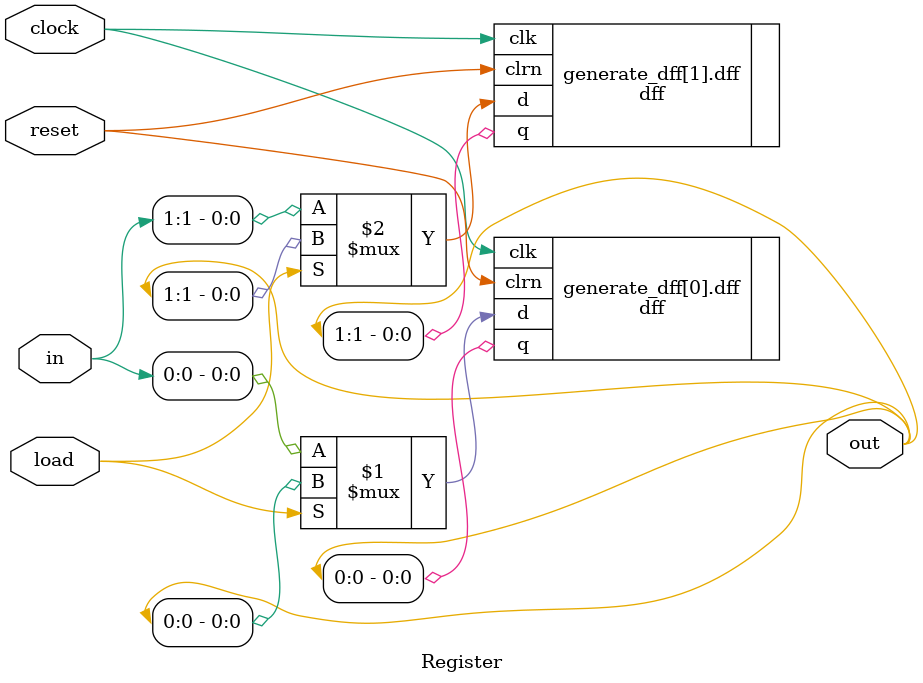
<source format=v>
module Register (in, clock, reset, load, out);
  input [1:0] in;
  input clock, reset, load;
  output [1:0] out;

  genvar i;
  generate
    for (i = 0; i < 2; i = i + 1) begin: generate_dff
      dff dff (
        .d(load ? out[i] : in[i]),
        .clk(clock),
        .clrn(reset),
        .q(out[i])
      );
    end
  endgenerate
endmodule

</source>
